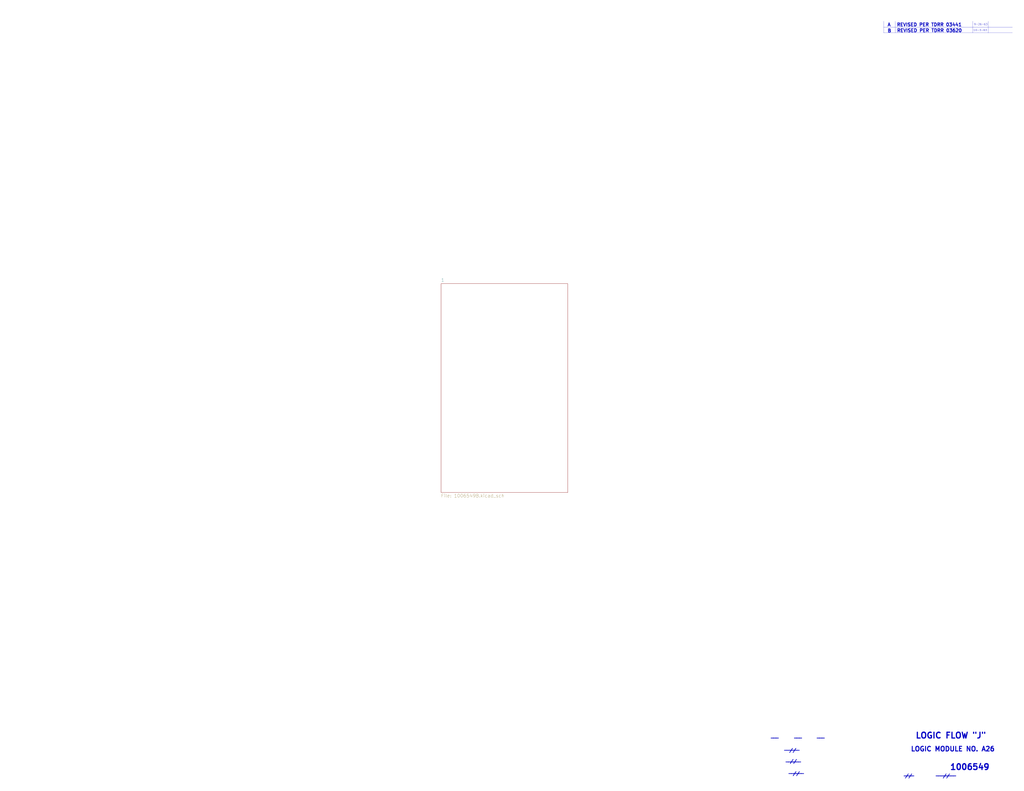
<source format=kicad_sch>
(kicad_sch (version 20211123) (generator eeschema)
  (paper "E")
  (lib_symbols)
  (polyline (pts (xy 1078.5602 23.241) (xy 1078.5602 36.068)) (stroke (width 0) (type solid)))
  (polyline (pts (xy 964.3872 23.114) (xy 964.3872 35.941)) (stroke (width 0) (type solid)))
  (polyline (pts (xy 976.9602 23.114) (xy 976.9602 35.941)) (stroke (width 0) (type solid)))
  (polyline (pts (xy 964.3872 29.591) (xy 1104.9762 29.591)) (stroke (width 0) (type solid)))
  (polyline (pts (xy 964.3872 35.941) (xy 1104.9762 35.941)) (stroke (width 0) (type solid)))
  (polyline (pts (xy 1061.6692 23.114) (xy 1061.6692 35.941)) (stroke (width 0) (type solid)))
  (text "9-26-63" (at 1062.99 27.94 0) (effects (font (size 2.032 2.032)) (justify left bottom)))
  (text "1006549" (at 1036.447 841.502 0) (effects (font (size 6.35 6.35) (thickness 1.27) bold) (justify left bottom)))
  (text "A" (at 968.375 29.21 0) (effects (font (size 3.556 3.556) (thickness 0.7112) bold) (justify left bottom)))
  (text "REVISED PER TDRR 03620" (at 978.7382 35.56 0) (effects (font (size 3.556 3.556) (thickness 0.7112) bold) (justify left bottom)))
  (text "___" (at 841.0448 806.4246 0) (effects (font (size 3.556 3.556) (thickness 0.7112) bold) (justify left bottom)))
  (text "B" (at 968.4512 35.814 0) (effects (font (size 3.556 3.556) (thickness 0.7112) bold) (justify left bottom)))
  (text "//" (at 1028.7 849.63 0) (effects (font (size 3.556 3.556) (thickness 0.7112) bold) (justify left bottom)))
  (text "10-3-63" (at 1062.355 34.29 0) (effects (font (size 2.032 2.032)) (justify left bottom)))
  (text "//" (at 861.06 821.69 0) (effects (font (size 3.556 3.556) (thickness 0.7112) bold) (justify left bottom)))
  (text "//" (at 987.425 849.63 0) (effects (font (size 3.556 3.556) (thickness 0.7112) bold) (justify left bottom)))
  (text "LOGIC MODULE NO. A26" (at 993.775 821.055 0) (effects (font (size 5.08 5.08) (thickness 1.016) bold) (justify left bottom)))
  (text "REVISED PER TDRR 03441" (at 978.535 29.21 0) (effects (font (size 3.556 3.556) (thickness 0.7112) bold) (justify left bottom)))
  (text "____" (at 986.155 847.725 0) (effects (font (size 3.556 3.556) (thickness 0.7112) bold) (justify left bottom)))
  (text "______" (at 857.25 832.485 0) (effects (font (size 3.556 3.556) (thickness 0.7112) bold) (justify left bottom)))
  (text "________" (at 1021.08 847.725 0) (effects (font (size 3.556 3.556) (thickness 0.7112) bold) (justify left bottom)))
  (text "______" (at 855.6498 819.7596 0) (effects (font (size 3.556 3.556) (thickness 0.7112) bold) (justify left bottom)))
  (text "______" (at 860.425 845.185 0) (effects (font (size 3.556 3.556) (thickness 0.7112) bold) (justify left bottom)))
  (text "LOGIC FLOW \"J\"" (at 998.855 807.085 0) (effects (font (size 6.35 6.35) (thickness 1.27) bold) (justify left bottom)))
  (text "//" (at 861.695 833.755 0) (effects (font (size 3.556 3.556) (thickness 0.7112) bold) (justify left bottom)))
  (text "___" (at 866.4448 806.4246 0) (effects (font (size 3.556 3.556) (thickness 0.7112) bold) (justify left bottom)))
  (text "___" (at 891.2098 806.4246 0) (effects (font (size 3.556 3.556) (thickness 0.7112) bold) (justify left bottom)))
  (text "//" (at 864.87 847.09 0) (effects (font (size 3.556 3.556) (thickness 0.7112) bold) (justify left bottom)))
  (sheet (at 481.33 309.88) (size 138.43 227.965)
    (property "Sheet name" "1" (at 481.33 308.0254 0) (effects (font (size 3.556 3.556)) (justify left bottom)))
    (property "Sheet file" "1006549B.kicad_sch" (at 481.33 539.344 0) (effects (font (size 3.556 3.556)) (justify left top)))
  )
)
</source>
